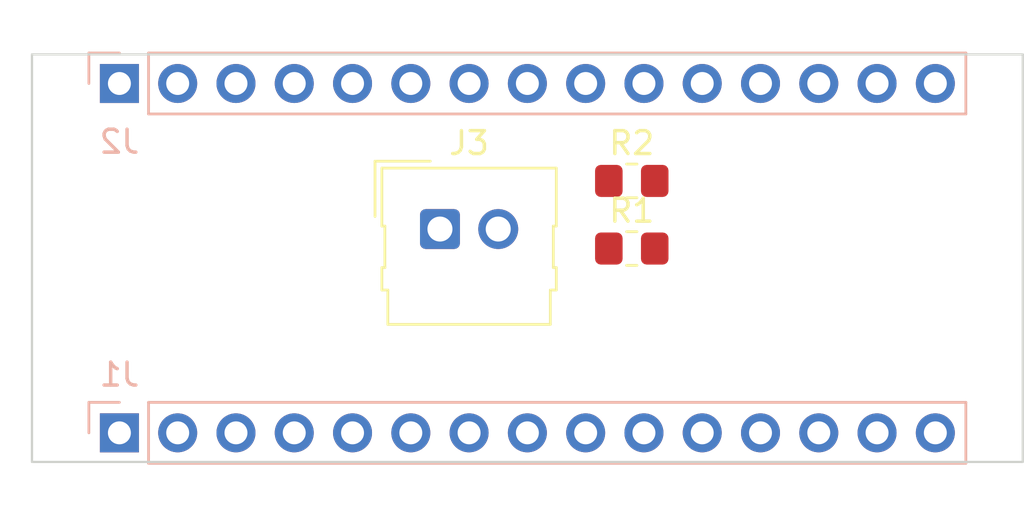
<source format=kicad_pcb>
(kicad_pcb (version 20211014) (generator pcbnew)
  (title_block (date "sam. 04 avril 2015"))
  (layers (0 "F.Cu" signal) (31 "B.Cu" signal) (34 "B.Paste" user) (35 "F.Paste" user) (36 "B.SilkS" user "B.Silkscreen") (37 "F.SilkS" user "F.Silkscreen") (38 "B.Mask" user) (39 "F.Mask" user) (44 "Edge.Cuts" user))
  (net 0 "")
  (net 1 "GND")
  (net 2 "/~{RESET}")
  (net 3 "VCC")
  (net 4 "/*D9")
  (net 5 "/D8")
  (net 6 "/D7")
  (net 7 "/*D6")
  (net 8 "/*D5")
  (net 9 "/D4")
  (net 10 "+5V")
  (net 11 "/A3")
  (net 12 "/A2")
  (net 13 "/A1")
  (net 14 "/A0")
  (net 15 "/AREF")
  (net 16 "/D0{slash}RX")
  (net 17 "/D1{slash}TX")
  (net 18 "+3V3")
  (net 19 "/A7")
  (net 20 "/A6")
  (net 21 "/A5{slash}SCL")
  (net 22 "/A4{slash}SDA")
  (net 23 "/D13{slash}SCK")
  (net 24 "/D2")
  (net 25 "/*D3")
  (net 26 "/*D10{slash}SS")
  (net 27 "/*D11{slash}MOSI")
  (net 28 "/D12{slash}MISO")
  (footprint "Arduino_MountingHole:MountingHole_65mil" (layer "F.Cu") (at 101.27 83.49)
    (fp_text reference "MH2" hide)
    (fp_text value "MountingHole_65mil" hide)
    (pad "" np_thru_hole circle locked (at 0 0) (size 1.651 1.651) (drill 1.651) (layers F&B.Cu *.Mask))
  )
  (footprint "Connector_Molex:Molex_SL_171971-0002_1x02_P2.54mm_Vertical" (layer "F.Cu") (at 117.78 89.84)
    (fp_text reference "J3" (at 1.27 -3.75) (layer "F.SilkS"))
    (fp_text value "Conn_01x02_Male")
    (fp_line (start -2.53 -2.66) (end -2.53 -0.13) (layer "F.SilkS") (width 0.12))
    (fp_line (start 5.07 2.66) (end 5.07 1.68) (layer "F.SilkS") (width 0.12))
    (fp_line (start -2.83 -0.55) (end -2.83 -2.96) (layer "F.SilkS") (width 0.12))
    (fp_line (start 4.94 -0.13) (end 5.07 -0.13) (layer "F.SilkS") (width 0.12))
    (fp_line (start -2.53 2.66) (end -2.27 2.66) (layer "F.SilkS") (width 0.12))
    (fp_line (start -2.4 1.68) (end -2.53 1.68) (layer "F.SilkS") (width 0.12))
    (fp_line (start -2.53 1.68) (end -2.53 2.66) (layer "F.SilkS") (width 0.12))
    (fp_line (start -2.53 -0.13) (end -2.4 -0.13) (layer "F.SilkS") (width 0.12))
    (fp_line (start 5.07 -2.66) (end -2.53 -2.66) (layer "F.SilkS") (width 0.12))
    (fp_line (start -2.4 -0.13) (end -2.4 1.68) (layer "F.SilkS") (width 0.12))
    (fp_line (start 5.07 1.68) (end 4.94 1.68) (layer "F.SilkS") (width 0.12))
    (fp_line (start -2.27 4.16) (end 4.81 4.16) (layer "F.SilkS") (width 0.12))
    (fp_line (start -2.27 2.66) (end -2.27 4.16) (layer "F.SilkS") (width 0.12))
    (fp_line (start 4.81 4.16) (end 4.81 2.66) (layer "F.SilkS") (width 0.12))
    (fp_line (start 4.81 2.66) (end 5.07 2.66) (layer "F.SilkS") (width 0.12))
    (fp_line (start -2.83 -2.96) (end -0.42 -2.96) (layer "F.SilkS") (width 0.12))
    (fp_line (start 4.94 1.68) (end 4.94 -0.13) (layer "F.SilkS") (width 0.12))
    (fp_line (start 5.07 -0.13) (end 5.07 -2.66) (layer "F.SilkS") (width 0.12))
    (pad "1" thru_hole roundrect (at 0 0) (size 1.74 1.74) (drill 1.09) (layers *.Cu *.Mask) (roundrect_rratio 0.143678) (net 13 "/A1"))
    (pad "2" thru_hole circle (at 2.54 0) (size 1.74 1.74) (drill 1.09) (layers *.Cu *.Mask) (net 14 "/A0"))
  )
  (footprint "Arduino_MountingHole:MountingHole_65mil" (layer "F.Cu") (at 141.91 98.73)
    (fp_text reference "MH4" hide)
    (fp_text value "MountingHole_65mil" hide)
    (pad "" np_thru_hole circle locked (at 0 0) (size 1.651 1.651) (drill 1.651) (layers F&B.Cu *.Mask))
  )
  (footprint "Resistor_SMD:R_0805_2012Metric_Pad1.20x1.40mm_HandSolder" (layer "F.Cu") (at 126.14 90.69)
    (fp_text reference "R1" (at 0 -1.65) (layer "F.SilkS"))
    (fp_text value "12k")
    (fp_line (start -0.227064 -0.735) (end 0.227064 -0.735) (layer "F.SilkS") (width 0.12))
    (fp_line (start -0.227064 0.735) (end 0.227064 0.735) (layer "F.SilkS") (width 0.12))
    (pad "1" smd roundrect (at -1 0) (size 1.2 1.4) (layers "F.Cu" "F.Paste" "F.Mask") (roundrect_rratio 0.208333) (net 25 "/*D3"))
    (pad "2" smd roundrect (at 1 0) (size 1.2 1.4) (layers "F.Cu" "F.Paste" "F.Mask") (roundrect_rratio 0.208333) (net 13 "/A1"))
  )
  (footprint "Arduino_MountingHole:MountingHole_65mil" (layer "F.Cu") (at 101.27 98.73)
    (fp_text reference "MH1" hide)
    (fp_text value "MountingHole_65mil" hide)
    (pad "" np_thru_hole circle locked (at 0 0) (size 1.651 1.651) (drill 1.651) (layers F&B.Cu *.Mask))
  )
  (footprint "Resistor_SMD:R_0805_2012Metric_Pad1.20x1.40mm_HandSolder" (layer "F.Cu") (at 126.14 87.74)
    (fp_text reference "R2" (at 0 -1.65) (layer "F.SilkS"))
    (fp_text value "12k")
    (fp_line (start -0.227064 -0.735) (end 0.227064 -0.735) (layer "F.SilkS") (width 0.12))
    (fp_line (start -0.227064 0.735) (end 0.227064 0.735) (layer "F.SilkS") (width 0.12))
    (pad "1" smd roundrect (at -1 0) (size 1.2 1.4) (layers "F.Cu" "F.Paste" "F.Mask") (roundrect_rratio 0.208333) (net 24 "/D2"))
    (pad "2" smd roundrect (at 1 0) (size 1.2 1.4) (layers "F.Cu" "F.Paste" "F.Mask") (roundrect_rratio 0.208333) (net 14 "/A0"))
  )
  (footprint "Arduino_MountingHole:MountingHole_65mil" (layer "F.Cu") (at 141.91 83.49)
    (fp_text reference "MH3" hide)
    (fp_text value "MountingHole_65mil" hide)
    (pad "" np_thru_hole circle locked (at 0 0) (size 1.651 1.651) (drill 1.651) (layers F&B.Cu *.Mask))
  )
  (footprint "Connector_PinHeader_2.54mm:PinHeader_1x15_P2.54mm_Vertical" (layer "B.Cu") (at 103.81 98.73 -90)
    (fp_text reference "J1" (at -2.54 0 180) (layer "B.SilkS") (effects (justify mirror)))
    (fp_text value "Analog")
    (fp_line (start 1.33 -1.27) (end 1.33 -36.89) (layer "B.SilkS") (width 0.12))
    (fp_line (start -1.33 -36.89) (end 1.33 -36.89) (layer "B.SilkS") (width 0.12))
    (fp_line (start -1.33 0) (end -1.33 1.33) (layer "B.SilkS") (width 0.12))
    (fp_line (start -1.33 -1.27) (end 1.33 -1.27) (layer "B.SilkS") (width 0.12))
    (fp_line (start -1.33 -1.27) (end -1.33 -36.89) (layer "B.SilkS") (width 0.12))
    (fp_line (start -1.33 1.33) (end 0 1.33) (layer "B.SilkS") (width 0.12))
    (pad "1" thru_hole rect locked (at 0 0 270) (size 1.7 1.7) (drill 1) (layers *.Cu *.Mask) (net 23 "/D13{slash}SCK"))
    (pad "2" thru_hole oval locked (at 0 -2.54 270) (size 1.7 1.7) (drill 1) (layers *.Cu *.Mask) (net 18 "+3V3"))
    (pad "3" thru_hole oval locked (at 0 -5.08 270) (size 1.7 1.7) (drill 1) (layers *.Cu *.Mask) (net 15 "/AREF"))
    (pad "4" thru_hole oval locked (at 0 -7.62 270) (size 1.7 1.7) (drill 1) (layers *.Cu *.Mask) (net 14 "/A0"))
    (pad "5" thru_hole oval locked (at 0 -10.16 270) (size 1.7 1.7) (drill 1) (layers *.Cu *.Mask) (net 13 "/A1"))
    (pad "6" thru_hole oval locked (at 0 -12.7 270) (size 1.7 1.7) (drill 1) (layers *.Cu *.Mask) (net 12 "/A2"))
    (pad "7" thru_hole oval locked (at 0 -15.24 270) (size 1.7 1.7) (drill 1) (layers *.Cu *.Mask) (net 11 "/A3"))
    (pad "8" thru_hole oval locked (at 0 -17.78 270) (size 1.7 1.7) (drill 1) (layers *.Cu *.Mask) (net 22 "/A4{slash}SDA"))
    (pad "9" thru_hole oval locked (at 0 -20.32 270) (size 1.7 1.7) (drill 1) (layers *.Cu *.Mask) (net 21 "/A5{slash}SCL"))
    (pad "10" thru_hole oval locked (at 0 -22.86 270) (size 1.7 1.7) (drill 1) (layers *.Cu *.Mask) (net 20 "/A6"))
    (pad "11" thru_hole oval locked (at 0 -25.4 270) (size 1.7 1.7) (drill 1) (layers *.Cu *.Mask) (net 19 "/A7"))
    (pad "12" thru_hole oval locked (at 0 -27.94 270) (size 1.7 1.7) (drill 1) (layers *.Cu *.Mask) (net 10 "+5V"))
    (pad "13" thru_hole oval locked (at 0 -30.48 270) (size 1.7 1.7) (drill 1) (layers *.Cu *.Mask) (net 2 "/~{RESET}"))
    (pad "14" thru_hole oval locked (at 0 -33.02 270) (size 1.7 1.7) (drill 1) (layers *.Cu *.Mask) (net 1 "GND"))
    (pad "15" thru_hole oval locked (at 0 -35.56 270) (size 1.7 1.7) (drill 1) (layers *.Cu *.Mask) (net 3 "VCC"))
  )
  (footprint "Connector_PinHeader_2.54mm:PinHeader_1x15_P2.54mm_Vertical" (layer "B.Cu") (at 103.81 83.49 -90)
    (fp_text reference "J2" (at 2.54 0 180) (layer "B.SilkS") (effects (justify mirror)))
    (fp_text value "Digital")
    (fp_line (start -1.33 1.33) (end 0 1.33) (layer "B.SilkS") (width 0.12))
    (fp_line (start -1.33 -36.89) (end 1.33 -36.89) (layer "B.SilkS") (width 0.12))
    (fp_line (start -1.33 0) (end -1.33 1.33) (layer "B.SilkS") (width 0.12))
    (fp_line (start 1.33 -1.27) (end 1.33 -36.89) (layer "B.SilkS") (width 0.12))
    (fp_line (start -1.33 -1.27) (end -1.33 -36.89) (layer "B.SilkS") (width 0.12))
    (fp_line (start -1.33 -1.27) (end 1.33 -1.27) (layer "B.SilkS") (width 0.12))
    (pad "1" thru_hole rect locked (at 0 0 270) (size 1.7 1.7) (drill 1) (layers *.Cu *.Mask) (net 28 "/D12{slash}MISO"))
    (pad "2" thru_hole oval locked (at 0 -2.54 270) (size 1.7 1.7) (drill 1) (layers *.Cu *.Mask) (net 27 "/*D11{slash}MOSI"))
    (pad "3" thru_hole oval locked (at 0 -5.08 270) (size 1.7 1.7) (drill 1) (layers *.Cu *.Mask) (net 26 "/*D10{slash}SS"))
    (pad "4" thru_hole oval locked (at 0 -7.62 270) (size 1.7 1.7) (drill 1) (layers *.Cu *.Mask) (net 4 "/*D9"))
    (pad "5" thru_hole oval locked (at 0 -10.16 270) (size 1.7 1.7) (drill 1) (layers *.Cu *.Mask) (net 5 "/D8"))
    (pad "6" thru_hole oval locked (at 0 -12.7 270) (size 1.7 1.7) (drill 1) (layers *.Cu *.Mask) (net 6 "/D7"))
    (pad "7" thru_hole oval locked (at 0 -15.24 270) (size 1.7 1.7) (drill 1) (layers *.Cu *.Mask) (net 7 "/*D6"))
    (pad "8" thru_hole oval locked (at 0 -17.78 270) (size 1.7 1.7) (drill 1) (layers *.Cu *.Mask) (net 8 "/*D5"))
    (pad "9" thru_hole oval locked (at 0 -20.32 270) (size 1.7 1.7) (drill 1) (layers *.Cu *.Mask) (net 9 "/D4"))
    (pad "10" thru_hole oval locked (at 0 -22.86 270) (size 1.7 1.7) (drill 1) (layers *.Cu *.Mask) (net 25 "/*D3"))
    (pad "11" thru_hole oval locked (at 0 -25.4 270) (size 1.7 1.7) (drill 1) (layers *.Cu *.Mask) (net 24 "/D2"))
    (pad "12" thru_hole oval locked (at 0 -27.94 270) (size 1.7 1.7) (drill 1) (layers *.Cu *.Mask) (net 1 "GND"))
    (pad "13" thru_hole oval locked (at 0 -30.48 270) (size 1.7 1.7) (drill 1) (layers *.Cu *.Mask) (net 2 "/~{RESET}"))
    (pad "14" thru_hole oval locked (at 0 -33.02 270) (size 1.7 1.7) (drill 1) (layers *.Cu *.Mask) (net 16 "/D0{slash}RX"))
    (pad "15" thru_hole oval locked (at 0 -35.56 270) (size 1.7 1.7) (drill 1) (layers *.Cu *.Mask) (net 17 "/D1{slash}TX"))
  )
  (gr_rect (start 100 82.22) (end 143.18 100) (layer "Edge.Cuts") (width 0.1) (fill none))
)
</source>
